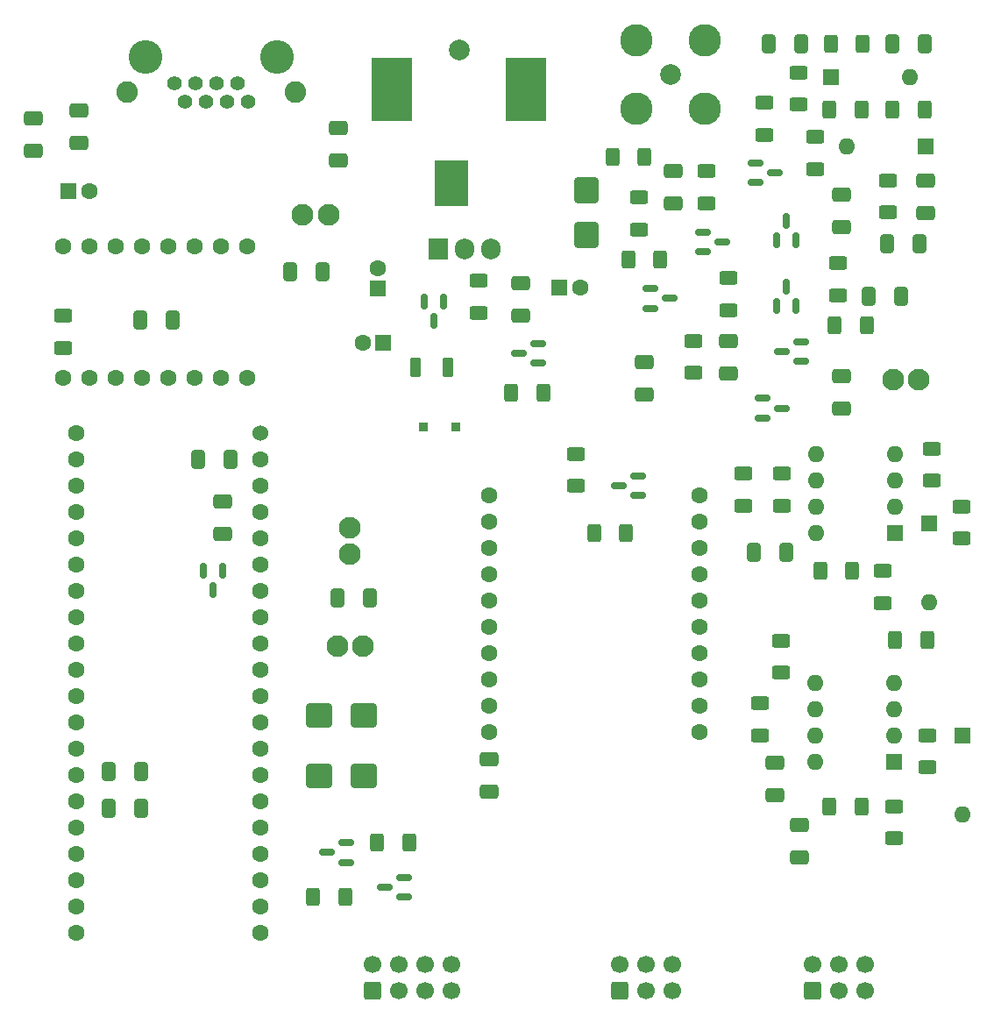
<source format=gts>
G04 #@! TF.GenerationSoftware,KiCad,Pcbnew,7.0.1-3b83917a11~172~ubuntu22.04.1*
G04 #@! TF.CreationDate,2023-04-06T16:38:57-04:00*
G04 #@! TF.ProjectId,magloop_pico,6d61676c-6f6f-4705-9f70-69636f2e6b69,1.0*
G04 #@! TF.SameCoordinates,Original*
G04 #@! TF.FileFunction,Soldermask,Top*
G04 #@! TF.FilePolarity,Negative*
%FSLAX46Y46*%
G04 Gerber Fmt 4.6, Leading zero omitted, Abs format (unit mm)*
G04 Created by KiCad (PCBNEW 7.0.1-3b83917a11~172~ubuntu22.04.1) date 2023-04-06 16:38:57*
%MOMM*%
%LPD*%
G01*
G04 APERTURE LIST*
G04 Aperture macros list*
%AMRoundRect*
0 Rectangle with rounded corners*
0 $1 Rounding radius*
0 $2 $3 $4 $5 $6 $7 $8 $9 X,Y pos of 4 corners*
0 Add a 4 corners polygon primitive as box body*
4,1,4,$2,$3,$4,$5,$6,$7,$8,$9,$2,$3,0*
0 Add four circle primitives for the rounded corners*
1,1,$1+$1,$2,$3*
1,1,$1+$1,$4,$5*
1,1,$1+$1,$6,$7*
1,1,$1+$1,$8,$9*
0 Add four rect primitives between the rounded corners*
20,1,$1+$1,$2,$3,$4,$5,0*
20,1,$1+$1,$4,$5,$6,$7,0*
20,1,$1+$1,$6,$7,$8,$9,0*
20,1,$1+$1,$8,$9,$2,$3,0*%
G04 Aperture macros list end*
%ADD10C,1.600000*%
%ADD11RoundRect,0.250000X-0.650000X0.412500X-0.650000X-0.412500X0.650000X-0.412500X0.650000X0.412500X0*%
%ADD12RoundRect,0.250000X-0.412500X-0.650000X0.412500X-0.650000X0.412500X0.650000X-0.412500X0.650000X0*%
%ADD13RoundRect,0.250000X0.412500X0.650000X-0.412500X0.650000X-0.412500X-0.650000X0.412500X-0.650000X0*%
%ADD14R,1.600000X1.600000*%
%ADD15O,1.600000X1.600000*%
%ADD16RoundRect,0.250000X0.600000X-0.600000X0.600000X0.600000X-0.600000X0.600000X-0.600000X-0.600000X0*%
%ADD17C,1.700000*%
%ADD18RoundRect,0.250000X-0.625000X0.400000X-0.625000X-0.400000X0.625000X-0.400000X0.625000X0.400000X0*%
%ADD19RoundRect,0.250000X0.625000X-0.400000X0.625000X0.400000X-0.625000X0.400000X-0.625000X-0.400000X0*%
%ADD20RoundRect,0.250000X0.400000X0.625000X-0.400000X0.625000X-0.400000X-0.625000X0.400000X-0.625000X0*%
%ADD21RoundRect,0.250000X-0.400000X-0.625000X0.400000X-0.625000X0.400000X0.625000X-0.400000X0.625000X0*%
%ADD22RoundRect,0.150000X-0.150000X0.587500X-0.150000X-0.587500X0.150000X-0.587500X0.150000X0.587500X0*%
%ADD23RoundRect,0.150000X-0.587500X-0.150000X0.587500X-0.150000X0.587500X0.150000X-0.587500X0.150000X0*%
%ADD24RoundRect,0.150000X0.150000X-0.587500X0.150000X0.587500X-0.150000X0.587500X-0.150000X-0.587500X0*%
%ADD25R,0.900000X0.950000*%
%ADD26RoundRect,0.250000X0.275000X0.700000X-0.275000X0.700000X-0.275000X-0.700000X0.275000X-0.700000X0*%
%ADD27R,1.905000X2.000000*%
%ADD28O,1.905000X2.000000*%
%ADD29C,2.000000*%
%ADD30R,3.300000X4.400000*%
%ADD31R,3.900000X6.200000*%
%ADD32RoundRect,0.250000X0.650000X-0.412500X0.650000X0.412500X-0.650000X0.412500X-0.650000X-0.412500X0*%
%ADD33C,1.524000*%
%ADD34C,2.100000*%
%ADD35RoundRect,0.150000X0.587500X0.150000X-0.587500X0.150000X-0.587500X-0.150000X0.587500X-0.150000X0*%
%ADD36RoundRect,0.250000X0.900000X-1.000000X0.900000X1.000000X-0.900000X1.000000X-0.900000X-1.000000X0*%
%ADD37RoundRect,0.250000X-1.000000X-0.900000X1.000000X-0.900000X1.000000X0.900000X-1.000000X0.900000X0*%
%ADD38C,3.251200*%
%ADD39C,1.397000*%
%ADD40C,2.082800*%
%ADD41C,3.126000*%
%ADD42RoundRect,0.250000X1.000000X0.900000X-1.000000X0.900000X-1.000000X-0.900000X1.000000X-0.900000X0*%
G04 APERTURE END LIST*
D10*
X113025000Y-72650000D03*
X110485000Y-72650000D03*
X107945000Y-72650000D03*
X105405000Y-72650000D03*
X102865000Y-72650000D03*
X100325000Y-72650000D03*
X97785000Y-72650000D03*
X95245000Y-72650000D03*
X95245000Y-85350000D03*
X97785000Y-85350000D03*
X100325000Y-85350000D03*
X102865000Y-85350000D03*
X105405000Y-85350000D03*
X107945000Y-85350000D03*
X110485000Y-85350000D03*
X113025000Y-85350000D03*
D11*
X154178000Y-65366500D03*
X154178000Y-68491500D03*
X151384000Y-83781500D03*
X151384000Y-86906500D03*
D12*
X173062500Y-77470000D03*
X176187500Y-77470000D03*
D11*
X170434000Y-67652500D03*
X170434000Y-70777500D03*
X159512000Y-81749500D03*
X159512000Y-84874500D03*
D13*
X166535500Y-53086000D03*
X163410500Y-53086000D03*
D11*
X178562000Y-66255500D03*
X178562000Y-69380500D03*
D12*
X175348500Y-53086000D03*
X178473500Y-53086000D03*
D11*
X166370000Y-128485500D03*
X166370000Y-131610500D03*
D13*
X165118500Y-102215000D03*
X161993500Y-102215000D03*
D14*
X169418000Y-56261000D03*
D15*
X177038000Y-56261000D03*
D14*
X178562000Y-62992000D03*
D15*
X170942000Y-62992000D03*
D14*
X182118000Y-119888000D03*
D15*
X182118000Y-127508000D03*
D16*
X125095000Y-144516500D03*
D17*
X125095000Y-141976500D03*
X127635000Y-144516500D03*
X127635000Y-141976500D03*
X130175000Y-144516500D03*
X130175000Y-141976500D03*
X132715000Y-144516500D03*
X132715000Y-141976500D03*
D18*
X156083000Y-81762000D03*
X156083000Y-84862000D03*
D19*
X150876000Y-71019000D03*
X150876000Y-67919000D03*
D20*
X152934000Y-73914000D03*
X149834000Y-73914000D03*
D19*
X159512000Y-78792000D03*
X159512000Y-75692000D03*
X157353000Y-68479000D03*
X157353000Y-65379000D03*
D20*
X151410000Y-64008000D03*
X148310000Y-64008000D03*
D19*
X162941000Y-61875000D03*
X162941000Y-58775000D03*
D18*
X170053000Y-74269000D03*
X170053000Y-77369000D03*
D21*
X169773000Y-80264000D03*
X172873000Y-80264000D03*
D19*
X167894000Y-65177000D03*
X167894000Y-62077000D03*
X166243000Y-58954000D03*
X166243000Y-55854000D03*
D21*
X169265000Y-59436000D03*
X172365000Y-59436000D03*
X169392000Y-53086000D03*
X172492000Y-53086000D03*
D18*
X174879000Y-66268000D03*
X174879000Y-69368000D03*
D19*
X179177000Y-95256000D03*
X179177000Y-92156000D03*
D18*
X181991000Y-97764000D03*
X181991000Y-100864000D03*
D20*
X172365000Y-126746000D03*
X169265000Y-126746000D03*
X171456000Y-103993000D03*
X168356000Y-103993000D03*
D19*
X164592000Y-113818000D03*
X164592000Y-110718000D03*
D18*
X160909000Y-94589000D03*
X160909000Y-97689000D03*
X162550000Y-116778000D03*
X162550000Y-119878000D03*
D10*
X136398000Y-96647000D03*
X136398000Y-99187000D03*
X136398000Y-101727000D03*
X136398000Y-104267000D03*
X136398000Y-106807000D03*
X136398000Y-109347000D03*
X136398000Y-111887000D03*
X136398000Y-114427000D03*
X136398000Y-116967000D03*
X136398000Y-119507000D03*
X156718000Y-119507000D03*
X156718000Y-116967000D03*
X156718000Y-114427000D03*
X156718000Y-111887000D03*
X156718000Y-109347000D03*
X156718000Y-106807000D03*
X156718000Y-104267000D03*
X156718000Y-101727000D03*
X156718000Y-99187000D03*
X156718000Y-96647000D03*
D22*
X110678000Y-103964500D03*
X108778000Y-103964500D03*
X109728000Y-105839500D03*
D14*
X175504000Y-122418000D03*
D15*
X175504000Y-119878000D03*
X175504000Y-117338000D03*
X175504000Y-114798000D03*
X167884000Y-114798000D03*
X167884000Y-117338000D03*
X167884000Y-119878000D03*
X167884000Y-122418000D03*
D23*
X157026500Y-71252000D03*
X157026500Y-73152000D03*
X158901500Y-72202000D03*
X162130500Y-64582000D03*
X162130500Y-66482000D03*
X164005500Y-65532000D03*
D24*
X164150000Y-72057500D03*
X166050000Y-72057500D03*
X165100000Y-70182500D03*
D12*
X174840500Y-72390000D03*
X177965500Y-72390000D03*
D23*
X151946500Y-76708000D03*
X151946500Y-78608000D03*
X153821500Y-77658000D03*
D24*
X164150000Y-78407500D03*
X166050000Y-78407500D03*
X165100000Y-76532500D03*
D25*
X133147000Y-90043000D03*
X129997000Y-90043000D03*
D14*
X178923000Y-99421000D03*
D15*
X178923000Y-107041000D03*
D20*
X178715000Y-110617000D03*
X175615000Y-110617000D03*
D14*
X175621000Y-100310000D03*
D15*
X175621000Y-97770000D03*
X175621000Y-95230000D03*
X175621000Y-92690000D03*
X168001000Y-92690000D03*
X168001000Y-95230000D03*
X168001000Y-97770000D03*
X168001000Y-100310000D03*
D18*
X164699000Y-94569000D03*
X164699000Y-97669000D03*
D26*
X132385000Y-84354000D03*
X129235000Y-84354000D03*
D14*
X125625000Y-76730112D03*
D10*
X125625000Y-74730112D03*
D11*
X139446000Y-76187500D03*
X139446000Y-79312500D03*
D12*
X117182500Y-75057000D03*
X120307500Y-75057000D03*
D27*
X131445000Y-72924000D03*
D28*
X133985000Y-72924000D03*
X136525000Y-72924000D03*
D14*
X143189888Y-76581000D03*
D10*
X145189888Y-76581000D03*
D14*
X126177113Y-81915000D03*
D10*
X124177113Y-81915000D03*
D29*
X133477000Y-53706000D03*
D30*
X132777000Y-66506000D03*
D31*
X139927000Y-57506000D03*
X127027000Y-57506000D03*
D11*
X163957000Y-122516500D03*
X163957000Y-125641500D03*
D18*
X175514000Y-126720000D03*
X175514000Y-129820000D03*
X174371000Y-103987000D03*
X174371000Y-107087000D03*
D32*
X170434000Y-88303500D03*
X170434000Y-85178500D03*
D16*
X148966000Y-144516500D03*
D17*
X148966000Y-141976500D03*
X151506000Y-144516500D03*
X151506000Y-141976500D03*
X154046000Y-144516500D03*
X154046000Y-141976500D03*
D18*
X178689000Y-119862000D03*
X178689000Y-122962000D03*
D21*
X175361000Y-59436000D03*
X178461000Y-59436000D03*
D10*
X96520000Y-90678000D03*
X96520000Y-93218000D03*
X96520000Y-95758000D03*
X96520000Y-98298000D03*
X96520000Y-100838000D03*
X96520000Y-103378000D03*
X96520000Y-105918000D03*
X96520000Y-108458000D03*
X96520000Y-110998000D03*
X96520000Y-113538000D03*
X96520000Y-116078000D03*
X96520000Y-118618000D03*
X96520000Y-121158000D03*
X96520000Y-123698000D03*
X96520000Y-126238000D03*
X96520000Y-128778000D03*
X96520000Y-131318000D03*
X96520000Y-133858000D03*
X96520000Y-136398000D03*
X96520000Y-138938000D03*
X114300000Y-138938000D03*
X114300000Y-136398000D03*
X114300000Y-133858000D03*
X114300000Y-131318000D03*
X114300000Y-128778000D03*
X114300000Y-126238000D03*
X114300000Y-123698000D03*
X114300000Y-121158000D03*
X114300000Y-118618000D03*
X114300000Y-116078000D03*
X114300000Y-113538000D03*
X114300000Y-110998000D03*
X114300000Y-108458000D03*
X114300000Y-105918000D03*
X114300000Y-103378000D03*
X114300000Y-100838000D03*
X114300000Y-98298000D03*
X114300000Y-95758000D03*
X114300000Y-93218000D03*
D33*
X114300000Y-90678000D03*
D14*
X95758000Y-67310000D03*
D10*
X97758000Y-67310000D03*
D12*
X121725000Y-106550000D03*
X124850000Y-106550000D03*
D34*
X124225000Y-111250000D03*
X121725000Y-111250000D03*
D35*
X141145500Y-83907000D03*
X141145500Y-82007000D03*
X139270500Y-82957000D03*
D22*
X132014000Y-77955500D03*
X130114000Y-77955500D03*
X131064000Y-79830500D03*
D23*
X162765500Y-87315000D03*
X162765500Y-89215000D03*
X164640500Y-88265000D03*
D35*
X128150000Y-135475000D03*
X128150000Y-133575000D03*
X126275000Y-134525000D03*
X122625000Y-132125000D03*
X122625000Y-130225000D03*
X120750000Y-131175000D03*
D20*
X141631000Y-86741000D03*
X138531000Y-86741000D03*
D18*
X135382000Y-75946000D03*
X135382000Y-79046000D03*
D20*
X149632000Y-100330000D03*
X146532000Y-100330000D03*
D18*
X144780000Y-92684000D03*
X144780000Y-95784000D03*
D21*
X119400000Y-135475000D03*
X122500000Y-135475000D03*
X125575000Y-130225000D03*
X128675000Y-130225000D03*
D35*
X150773500Y-96708000D03*
X150773500Y-94808000D03*
X148898500Y-95758000D03*
X166545500Y-83754000D03*
X166545500Y-81854000D03*
X164670500Y-82804000D03*
D11*
X92329000Y-60286500D03*
X92329000Y-63411500D03*
X96774000Y-59524500D03*
X96774000Y-62649500D03*
D12*
X108292500Y-93218000D03*
X111417500Y-93218000D03*
D13*
X102781500Y-123317000D03*
X99656500Y-123317000D03*
D36*
X145796000Y-71492000D03*
X145796000Y-67192000D03*
D37*
X120000000Y-123800000D03*
X124300000Y-123800000D03*
D13*
X102781500Y-126873000D03*
X99656500Y-126873000D03*
D12*
X102704500Y-79756000D03*
X105829500Y-79756000D03*
D16*
X167640000Y-144526000D03*
D17*
X167640000Y-141986000D03*
X170180000Y-144526000D03*
X170180000Y-141986000D03*
X172720000Y-144526000D03*
X172720000Y-141986000D03*
D11*
X136398000Y-122135500D03*
X136398000Y-125260500D03*
D38*
X103233416Y-54309118D03*
X115933416Y-54309118D03*
D39*
X106027416Y-56849118D03*
X107043416Y-58627118D03*
X108059416Y-56849118D03*
X109075416Y-58627118D03*
X110091416Y-56849118D03*
X111107416Y-58627118D03*
X112123416Y-56849118D03*
X113139416Y-58627118D03*
D40*
X101455416Y-57738118D03*
X117711416Y-57738118D03*
D32*
X110617000Y-100368500D03*
X110617000Y-97243500D03*
D29*
X153924000Y-56007000D03*
D41*
X157224000Y-59307000D03*
X150624000Y-59307000D03*
X157224000Y-52707000D03*
X150624000Y-52707000D03*
D18*
X95250000Y-79325000D03*
X95250000Y-82425000D03*
D32*
X121793000Y-64300500D03*
X121793000Y-61175500D03*
D34*
X122941000Y-102338000D03*
X122941000Y-99838000D03*
X118388000Y-69601000D03*
X120888000Y-69601000D03*
X175411000Y-85512500D03*
X177911000Y-85512500D03*
D42*
X124300000Y-117950000D03*
X120000000Y-117950000D03*
M02*

</source>
